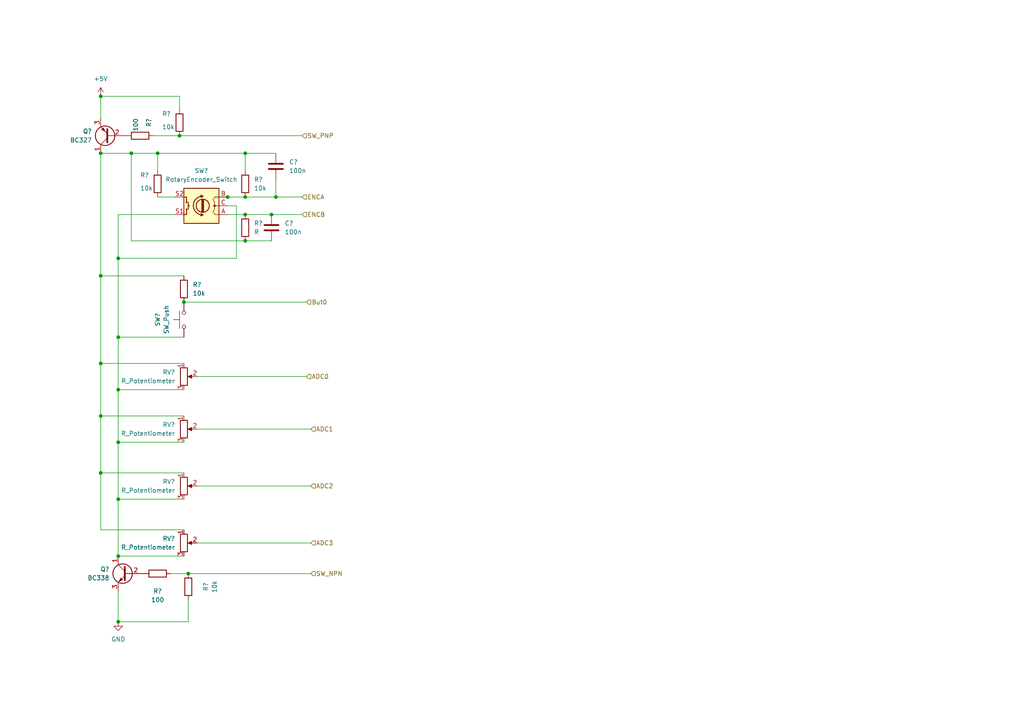
<source format=kicad_sch>
(kicad_sch (version 20211123) (generator eeschema)
  (paper "A4")
  (lib_symbols
    (symbol "Device:C" (pin_numbers hide) (pin_names (offset 0.254))
      (property "Reference" "C" (at 0.635 2.54 0))
      (property "Value" "C" (at 0.635 -2.54 0))
      (symbol "C_0_1"
        (polyline (pts (xy -2.032 -0.762) (xy 2.032 -0.762)) (stroke (width 0.508)))
        (polyline (pts (xy -2.032 0.762) (xy 2.032 0.762)) (stroke (width 0.508)))
      )
      (symbol "C_1_1"
        (pin passive line (at 0 3.81 270) (length 2.794) (name "~") (number "1"))
        (pin passive line (at 0 -3.81 90) (length 2.794) (name "~") (number "2"))
      )
    )
    (symbol "Device:R" (pin_numbers hide) (pin_names (offset 0))
      (property "Reference" "R" (at 2.032 0 90))
      (property "Value" "R" (at 0 0 90))
      (symbol "R_0_1"
        (rectangle (start -1.016 -2.54) (end 1.016 2.54) (stroke (width 0.254)))
      )
      (symbol "R_1_1"
        (pin passive line (at 0 3.81 270) (length 1.27) (name "~") (number "1"))
        (pin passive line (at 0 -3.81 90) (length 1.27) (name "~") (number "2"))
      )
    )
    (symbol "Device:R_Potentiometer" (pin_names (offset 1.016) hide)
      (property "Reference" "RV" (at -4.445 0 90))
      (property "Value" "R_Potentiometer" (at -2.54 0 90))
      (symbol "R_Potentiometer_0_1"
        (polyline (pts (xy 2.54 0) (xy 1.524 0)))
        (polyline (pts (xy 1.143 0) (xy 2.286 0.508) (xy 2.286 -0.508) (xy 1.143 0)) (fill (type outline)))
        (rectangle (start 1.016 2.54) (end -1.016 -2.54) (stroke (width 0.254)))
      )
      (symbol "R_Potentiometer_1_1"
        (pin passive line (at 0 3.81 270) (length 1.27) (name "1") (number "1"))
        (pin passive line (at 3.81 0 180) (length 1.27) (name "2") (number "2"))
        (pin passive line (at 0 -3.81 90) (length 1.27) (name "3") (number "3"))
      )
    )
    (symbol "Device:RotaryEncoder_Switch" (pin_names (offset 0.254) hide)
      (property "Reference" "SW" (at 0 6.604 0))
      (property "Value" "RotaryEncoder_Switch" (at 0 -6.604 0))
      (symbol "RotaryEncoder_Switch_0_1"
        (rectangle (start -5.08 5.08) (end 5.08 -5.08) (stroke (width 0.254)) (fill (type background)))
        (circle (center -3.81 0) (radius 0.254) (fill (type outline)))
        (arc (start -0.381 -2.794) (mid 2.3622 -0.0508) (end -0.381 2.667) (stroke (width 0.254)))
        (circle (center -0.381 0) (radius 1.905) (stroke (width 0.254)))
        (polyline (pts (xy -0.635 -1.778) (xy -0.635 1.778)) (stroke (width 0.254)))
        (polyline (pts (xy -0.381 -1.778) (xy -0.381 1.778)) (stroke (width 0.254)))
        (polyline (pts (xy -0.127 1.778) (xy -0.127 -1.778)) (stroke (width 0.254)))
        (polyline (pts (xy 3.81 0) (xy 3.429 0)) (stroke (width 0.254)))
        (polyline (pts (xy 3.81 1.016) (xy 3.81 -1.016)) (stroke (width 0.254)))
        (polyline (pts (xy -5.08 -2.54) (xy -3.81 -2.54) (xy -3.81 -2.032)))
        (polyline (pts (xy -5.08 2.54) (xy -3.81 2.54) (xy -3.81 2.032)))
        (polyline (pts (xy 0.254 -3.048) (xy -0.508 -2.794) (xy 0.127 -2.413)) (stroke (width 0.254)))
        (polyline (pts (xy 0.254 2.921) (xy -0.508 2.667) (xy 0.127 2.286)) (stroke (width 0.254)))
        (polyline (pts (xy 5.08 -2.54) (xy 4.318 -2.54) (xy 4.318 -1.016)) (stroke (width 0.254)))
        (polyline (pts (xy 5.08 2.54) (xy 4.318 2.54) (xy 4.318 1.016)) (stroke (width 0.254)))
        (polyline (pts (xy -5.08 0) (xy -3.81 0) (xy -3.81 -1.016) (xy -3.302 -2.032)))
        (polyline (pts (xy -4.318 0) (xy -3.81 0) (xy -3.81 1.016) (xy -3.302 2.032)))
        (circle (center 4.318 -1.016) (radius 0.127) (stroke (width 0.254)))
        (circle (center 4.318 1.016) (radius 0.127) (stroke (width 0.254)))
      )
      (symbol "RotaryEncoder_Switch_1_1"
        (pin passive line (at -7.62 2.54 0) (length 2.54) (name "A") (number "A"))
        (pin passive line (at -7.62 -2.54 0) (length 2.54) (name "B") (number "B"))
        (pin passive line (at -7.62 0 0) (length 2.54) (name "C") (number "C"))
        (pin passive line (at 7.62 2.54 180) (length 2.54) (name "S1") (number "S1"))
        (pin passive line (at 7.62 -2.54 180) (length 2.54) (name "S2") (number "S2"))
      )
    )
    (symbol "Switch:SW_Push" (pin_numbers hide) (pin_names (offset 1.016) hide)
      (property "Reference" "SW" (at 1.27 2.54 0))
      (property "Value" "SW_Push" (at 0 -1.524 0))
      (symbol "SW_Push_0_1"
        (circle (center -2.032 0) (radius 0.508))
        (polyline (pts (xy 0 1.27) (xy 0 3.048)))
        (polyline (pts (xy 2.54 1.27) (xy -2.54 1.27)))
        (circle (center 2.032 0) (radius 0.508))
        (pin passive line (at -5.08 0 0) (length 2.54) (name "1") (number "1"))
        (pin passive line (at 5.08 0 180) (length 2.54) (name "2") (number "2"))
      )
    )
    (symbol "Transistor_BJT:BC327" (pin_names (offset 0) hide)
      (property "Reference" "Q" (at 5.08 1.905 0))
      (property "Value" "BC327" (at 5.08 0 0))
      (symbol "BC327_0_1"
        (polyline (pts (xy 0.635 0.635) (xy 2.54 2.54)))
        (polyline (pts (xy 0.635 -0.635) (xy 2.54 -2.54) (xy 2.54 -2.54)))
        (polyline (pts (xy 0.635 1.905) (xy 0.635 -1.905) (xy 0.635 -1.905)) (stroke (width 0.508)))
        (polyline (pts (xy 2.286 -1.778) (xy 1.778 -2.286) (xy 1.27 -1.27) (xy 2.286 -1.778) (xy 2.286 -1.778)) (fill (type outline)))
        (circle (center 1.27 0) (radius 2.8194) (stroke (width 0.254)))
      )
      (symbol "BC327_1_1"
        (pin passive line (at 2.54 5.08 270) (length 2.54) (name "C") (number "1"))
        (pin input line (at -5.08 0 0) (length 5.715) (name "B") (number "2"))
        (pin passive line (at 2.54 -5.08 90) (length 2.54) (name "E") (number "3"))
      )
    )
    (symbol "Transistor_BJT:BC338" (pin_names (offset 0) hide)
      (property "Reference" "Q" (at 5.08 1.905 0))
      (property "Value" "BC338" (at 5.08 0 0))
      (symbol "BC338_0_1"
        (polyline (pts (xy 0 0) (xy 0.635 0)))
        (polyline (pts (xy 0.635 0.635) (xy 2.54 2.54)))
        (polyline (pts (xy 0.635 -0.635) (xy 2.54 -2.54) (xy 2.54 -2.54)))
        (polyline (pts (xy 0.635 1.905) (xy 0.635 -1.905) (xy 0.635 -1.905)) (stroke (width 0.508)))
        (polyline (pts (xy 1.27 -1.778) (xy 1.778 -1.27) (xy 2.286 -2.286) (xy 1.27 -1.778) (xy 1.27 -1.778)) (fill (type outline)))
        (circle (center 1.27 0) (radius 2.8194) (stroke (width 0.254)))
      )
      (symbol "BC338_1_1"
        (pin passive line (at 2.54 5.08 270) (length 2.54) (name "C") (number "1"))
        (pin input line (at -5.08 0 0) (length 5.08) (name "B") (number "2"))
        (pin passive line (at 2.54 -5.08 90) (length 2.54) (name "E") (number "3"))
      )
    )
    (symbol "power:+5V" (power) (pin_names (offset 0))
      (property "Value" "+5V" (at 0 3.556 0))
      (symbol "+5V_0_1"
        (polyline (pts (xy -0.762 1.27) (xy 0 2.54)))
        (polyline (pts (xy 0 0) (xy 0 2.54)))
        (polyline (pts (xy 0 2.54) (xy 0.762 1.27)))
      )
      (symbol "+5V_1_1"
        (pin power_in line (at 0 0 90) (length 0) hide (name "+5V") (number "1"))
      )
    )
    (symbol "power:GND" (power) (pin_names (offset 0))
      (property "Value" "GND" (at 0 -3.81 0))
      (symbol "GND_0_1"
        (polyline (pts (xy 0 0) (xy 0 -1.27) (xy 1.27 -1.27) (xy 0 -2.54) (xy -1.27 -1.27) (xy 0 -1.27)))
      )
      (symbol "GND_1_1"
        (pin power_in line (at 0 0 270) (length 0) hide (name "GND") (number "1"))
      )
    )
  )
  (junction (at 29.21 80.01))
  (junction (at 29.21 137.16))
  (junction (at 66.04 57.15))
  (junction (at 71.12 44.45))
  (junction (at 34.29 97.79))
  (junction (at 80.01 57.15))
  (junction (at 45.72 44.45))
  (junction (at 34.29 113.03))
  (junction (at 34.29 161.29))
  (junction (at 71.12 62.23))
  (junction (at 34.29 144.78))
  (junction (at 38.1 44.45))
  (junction (at 71.12 57.15))
  (junction (at 34.29 180.34))
  (junction (at 52.07 39.37))
  (junction (at 54.61 166.37))
  (junction (at 29.21 105.41))
  (junction (at 78.74 62.23))
  (junction (at 29.21 27.94))
  (junction (at 34.29 128.27))
  (junction (at 71.12 69.85))
  (junction (at 34.29 74.93))
  (junction (at 29.21 120.65))
  (junction (at 29.21 44.45))
  (junction (at 53.34 87.63))
  (wire (pts (xy 38.1 44.45) (xy 29.21 44.45)))
  (wire (pts (xy 52.07 39.37) (xy 87.63 39.37)))
  (wire (pts (xy 34.29 113.03) (xy 53.34 113.03)))
  (wire (pts (xy 34.29 144.78) (xy 34.29 161.29)))
  (wire (pts (xy 29.21 80.01) (xy 29.21 105.41)))
  (wire (pts (xy 71.12 44.45) (xy 45.72 44.45)))
  (wire (pts (xy 80.01 52.07) (xy 80.01 57.15)))
  (wire (pts (xy 29.21 80.01) (xy 53.34 80.01)))
  (wire (pts (xy 53.34 87.63) (xy 88.9 87.63)))
  (wire (pts (xy 34.29 171.45) (xy 34.29 180.34)))
  (wire (pts (xy 29.21 120.65) (xy 53.34 120.65)))
  (wire (pts (xy 68.58 59.69) (xy 68.58 74.93)))
  (wire (pts (xy 34.29 161.29) (xy 53.34 161.29)))
  (wire (pts (xy 34.29 97.79) (xy 34.29 113.03)))
  (wire (pts (xy 29.21 27.94) (xy 29.21 34.29)))
  (wire (pts (xy 34.29 62.23) (xy 34.29 74.93)))
  (wire (pts (xy 38.1 69.85) (xy 38.1 44.45)))
  (wire (pts (xy 34.29 113.03) (xy 34.29 128.27)))
  (wire (pts (xy 45.72 44.45) (xy 45.72 49.53)))
  (wire (pts (xy 29.21 27.94) (xy 52.07 27.94)))
  (wire (pts (xy 54.61 166.37) (xy 90.17 166.37)))
  (wire (pts (xy 29.21 44.45) (xy 29.21 80.01)))
  (wire (pts (xy 57.15 124.46) (xy 90.17 124.46)))
  (wire (pts (xy 34.29 128.27) (xy 53.34 128.27)))
  (wire (pts (xy 66.04 57.15) (xy 71.12 57.15)))
  (wire (pts (xy 34.29 97.79) (xy 53.34 97.79)))
  (wire (pts (xy 45.72 44.45) (xy 38.1 44.45)))
  (wire (pts (xy 34.29 74.93) (xy 34.29 97.79)))
  (wire (pts (xy 66.04 62.23) (xy 71.12 62.23)))
  (wire (pts (xy 29.21 137.16) (xy 29.21 153.67)))
  (wire (pts (xy 52.07 27.94) (xy 52.07 31.75)))
  (wire (pts (xy 49.53 166.37) (xy 54.61 166.37)))
  (wire (pts (xy 29.21 153.67) (xy 53.34 153.67)))
  (wire (pts (xy 34.29 144.78) (xy 53.34 144.78)))
  (wire (pts (xy 29.21 137.16) (xy 53.34 137.16)))
  (wire (pts (xy 71.12 69.85) (xy 38.1 69.85)))
  (wire (pts (xy 71.12 62.23) (xy 78.74 62.23)))
  (wire (pts (xy 80.01 57.15) (xy 87.63 57.15)))
  (wire (pts (xy 57.15 157.48) (xy 90.17 157.48)))
  (wire (pts (xy 29.21 105.41) (xy 53.34 105.41)))
  (wire (pts (xy 57.15 109.22) (xy 88.9 109.22)))
  (wire (pts (xy 54.61 173.99) (xy 54.61 180.34)))
  (wire (pts (xy 71.12 69.85) (xy 78.74 69.85)))
  (wire (pts (xy 50.8 62.23) (xy 34.29 62.23)))
  (wire (pts (xy 44.45 39.37) (xy 52.07 39.37)))
  (wire (pts (xy 62.23 57.15) (xy 66.04 57.15)))
  (wire (pts (xy 45.72 57.15) (xy 50.8 57.15)))
  (wire (pts (xy 71.12 49.53) (xy 71.12 44.45)))
  (wire (pts (xy 80.01 44.45) (xy 71.12 44.45)))
  (wire (pts (xy 34.29 128.27) (xy 34.29 144.78)))
  (wire (pts (xy 54.61 180.34) (xy 34.29 180.34)))
  (wire (pts (xy 78.74 62.23) (xy 87.63 62.23)))
  (wire (pts (xy 57.15 140.97) (xy 90.17 140.97)))
  (wire (pts (xy 34.29 74.93) (xy 68.58 74.93)))
  (wire (pts (xy 29.21 105.41) (xy 29.21 120.65)))
  (wire (pts (xy 66.04 59.69) (xy 68.58 59.69)))
  (wire (pts (xy 71.12 57.15) (xy 80.01 57.15)))
  (wire (pts (xy 29.21 120.65) (xy 29.21 137.16)))
  (hierarchical_label "ADC1" (shape input) (at 90.17 124.46 0))
  (hierarchical_label "ENCA" (shape input) (at 87.63 57.15 0))
  (hierarchical_label "SW_NPN" (shape input) (at 90.17 166.37 0))
  (hierarchical_label "But0" (shape input) (at 88.9 87.63 0))
  (hierarchical_label "SW_PNP" (shape input) (at 87.63 39.37 0))
  (hierarchical_label "ENCB" (shape input) (at 87.63 62.23 0))
  (hierarchical_label "ADC0" (shape input) (at 88.9 109.22 0))
  (hierarchical_label "ADC3" (shape input) (at 90.17 157.48 0))
  (hierarchical_label "ADC2" (shape input) (at 90.17 140.97 0))
  (symbol (lib_id "Device:R") (at 71.12 53.34 0) (unit 1)
    (property "Reference" "R?" (at 73.66 52.0699 0) (effects (justify left)))
    (property "Value" "10k" (at 73.66 54.6099 0) (effects (justify left)))
  )
  (symbol (lib_id "Device:R") (at 53.34 83.82 0) (unit 1)
    (property "Reference" "R?" (at 55.88 82.5499 0) (effects (justify left)))
    (property "Value" "10k" (at 55.88 85.0899 0) (effects (justify left)))
  )
  (symbol (lib_id "power:GND") (at 34.29 180.34 0) (unit 1)
    (property "Reference" "#PWR?" (effects hide))
    (property "Value" "GND" (at 34.29 185.42 0))
  )
  (symbol (lib_id "Device:RotaryEncoder_Switch") (at 58.42 59.69 180) (unit 1)
    (property "Reference" "SW?" (at 58.42 49.53 0))
    (property "Value" "RotaryEncoder_Switch" (at 58.42 52.07 0))
  )
  (symbol (lib_id "Device:C") (at 80.01 48.26 0) (unit 1)
    (property "Reference" "C?" (at 83.82 46.9899 0) (effects (justify left)))
    (property "Value" "100n" (at 83.82 49.5299 0) (effects (justify left)))
  )
  (symbol (lib_id "Transistor_BJT:BC338") (at 36.83 166.37 0) (mirror y) (unit 1)
    (property "Reference" "Q?" (at 31.75 165.0999 0) (effects (justify left)))
    (property "Value" "BC338" (at 31.75 167.6399 0) (effects (justify left)))
    (property "Footprint" "Package_TO_SOT_THT:TO-92_Inline" (effects hide))
    (property "Datasheet" "http://diotec.com/tl_files/diotec/files/pdf/datasheets/bc337" (effects hide))
  )
  (symbol (lib_id "power:+5V") (at 29.21 27.94 0) (unit 1)
    (property "Reference" "#PWR?" (effects hide))
    (property "Value" "+5V" (at 29.21 22.86 0))
  )
  (symbol (lib_id "Device:R_Potentiometer") (at 53.34 157.48 0) (unit 1)
    (property "Reference" "RV?" (at 50.8 156.2099 0) (effects (justify right)))
    (property "Value" "R_Potentiometer" (at 50.8 158.7499 0) (effects (justify right)))
  )
  (symbol (lib_id "Device:R_Potentiometer") (at 53.34 124.46 0) (unit 1)
    (property "Reference" "RV?" (at 50.8 123.1899 0) (effects (justify right)))
    (property "Value" "R_Potentiometer" (at 50.8 125.7299 0) (effects (justify right)))
  )
  (symbol (lib_id "Device:R") (at 45.72 166.37 90) (unit 1)
    (property "Reference" "R?" (at 45.72 171.45 90))
    (property "Value" "100" (at 45.72 173.99 90))
  )
  (symbol (lib_id "Device:R") (at 40.64 39.37 270) (unit 1)
    (property "Reference" "R?" (at 43.18 34.29 0) (effects (justify left)))
    (property "Value" "100" (at 39.37 34.29 0) (effects (justify left)))
  )
  (symbol (lib_id "Device:R_Potentiometer") (at 53.34 109.22 0) (unit 1)
    (property "Reference" "RV?" (at 50.8 107.9499 0) (effects (justify right)))
    (property "Value" "R_Potentiometer" (at 50.8 110.4899 0) (effects (justify right)))
  )
  (symbol (lib_id "Switch:SW_Push") (at 53.34 92.71 90) (unit 1)
    (property "Reference" "SW?" (at 45.72 92.71 0))
    (property "Value" "SW_Push" (at 48.26 92.71 0))
  )
  (symbol (lib_id "Device:C") (at 78.74 66.04 0) (unit 1)
    (property "Reference" "C?" (at 82.55 64.7699 0) (effects (justify left)))
    (property "Value" "100n" (at 82.55 67.3099 0) (effects (justify left)))
  )
  (symbol (lib_id "Device:R") (at 45.72 53.34 0) (unit 1)
    (property "Reference" "R?" (at 40.64 50.8 0) (effects (justify left)))
    (property "Value" "10k" (at 40.64 54.61 0) (effects (justify left)))
  )
  (symbol (lib_id "Transistor_BJT:BC327") (at 31.75 39.37 180) (unit 1)
    (property "Reference" "Q?" (at 26.67 38.0999 0) (effects (justify left)))
    (property "Value" "BC327" (at 26.67 40.6399 0) (effects (justify left)))
    (property "Footprint" "Package_TO_SOT_THT:TO-92_Inline" (effects hide))
    (property "Datasheet" "http://www.onsemi.com/pub_link/Collateral/BC327-D.PDF" (effects hide))
  )
  (symbol (lib_id "Device:R") (at 54.61 170.18 180) (unit 1)
    (property "Reference" "R?" (at 59.69 170.18 90))
    (property "Value" "10k" (at 62.23 170.18 90))
  )
  (symbol (lib_id "Device:R_Potentiometer") (at 53.34 140.97 0) (unit 1)
    (property "Reference" "RV?" (at 50.8 139.6999 0) (effects (justify right)))
    (property "Value" "R_Potentiometer" (at 50.8 142.2399 0) (effects (justify right)))
  )
  (symbol (lib_id "Device:R") (at 52.07 35.56 0) (unit 1)
    (property "Reference" "R?" (at 46.99 33.02 0) (effects (justify left)))
    (property "Value" "10k" (at 46.99 36.83 0) (effects (justify left)))
  )
  (symbol (lib_id "Device:R") (at 71.12 66.04 0) (unit 1)
    (property "Reference" "R?" (at 73.66 64.7699 0) (effects (justify left)))
    (property "Value" "R" (at 73.66 67.3099 0) (effects (justify left)))
  )
)
</source>
